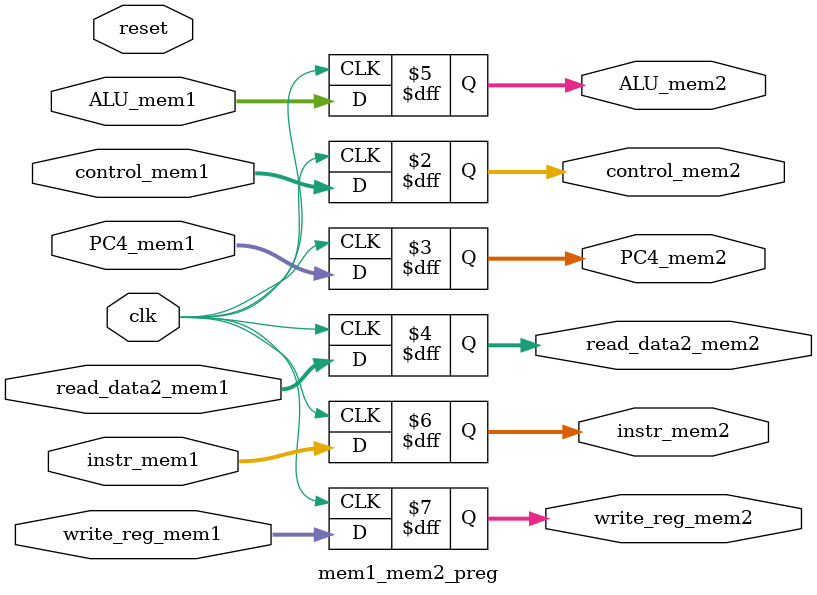
<source format=sv>
`include "riscv32_starter.sv"
module mem1_mem2_preg(clk, reset, control_mem1, ALU_mem1, write_reg_mem1, PC4_mem1, read_data2_mem1, instr_mem1, //opcode_mem1, 
											control_mem2, ALU_mem2, write_reg_mem2, PC4_mem2, read_data2_mem2, instr_mem2); //opcode_mem2);
	input logic clk, reset;
	input logic [31:0] control_mem1, PC4_mem1, read_data2_mem1, ALU_mem1, instr_mem1;
	input logic [4:0] write_reg_mem1;
	//input opcode_q opcode_mem1;
	
	output logic [31:0] control_mem2, PC4_mem2, read_data2_mem2, ALU_mem2, instr_mem2;
	output logic [4:0] write_reg_mem2;
	//output opcode_q opcode_mem2;
	
	always @(posedge clk) begin 
		control_mem2 <= control_mem1;
		instr_mem2 <= instr_mem1;
		read_data2_mem2 <= read_data2_mem1;
		PC4_mem2 <= PC4_mem1;
		write_reg_mem2 <= write_reg_mem1;
		ALU_mem2 <= ALU_mem1;
		//opcode_mem2 <= opcode_mem1;
	end 
endmodule 
	
</source>
